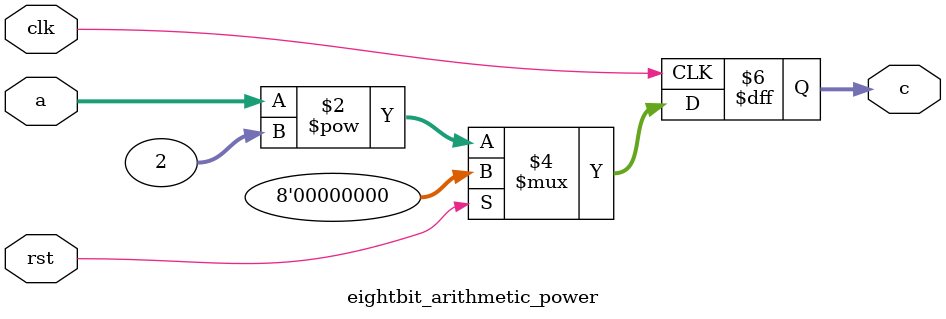
<source format=v>
module eightbit_arithmetic_power(
    a,
    c,
    clk,
    rst
);

input [7:0] a;
input clk, rst;
output [7:0] c;

always @ ( posedge clk )
begin
    case(rst)
        0: c = a ** 2;
        default: c = 0;
    endcase
end

endmodule

</source>
